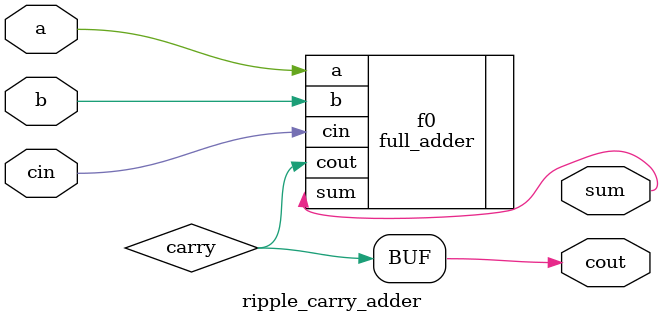
<source format=v>
module ripple_carry_adder #(parameter N = 1) (
    input wire [N-1:0] a, 
    input wire [N-1:0] b, 
    input wire cin,
    output wire [N-1:0] sum, 
    output wire cout
);
    wire [N-1:0] carry; // Internal carry signals

    full_adder f0 (
        .a(a[0]),
        .b(b[0]),
        .cin(cin),
        .sum(sum[0]),
        .cout(carry[0])
    ); // Module

    genvar i;
    generate
        for (i = 1; i < N; i=i+1) begin : gen_adder
            full_adder f (
                .a(a[i]),
                .b(b[i]),
                .cin(carry[i-1]),
                .sum(sum[i]),
                .cout(carry[i])
            ); // Module
        end
    endgenerate

    assign cout = carry[N-1];
endmodule
</source>
